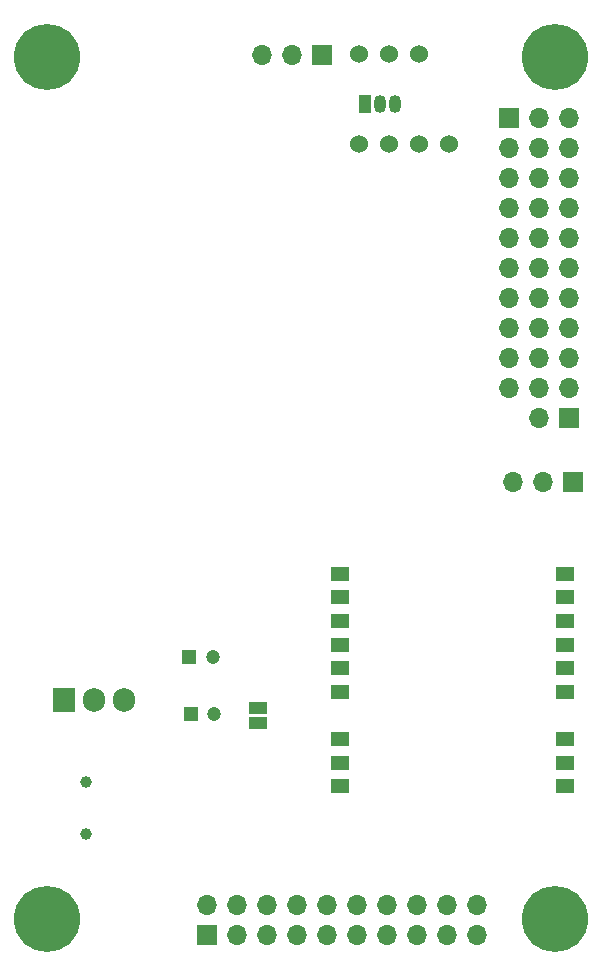
<source format=gbs>
%TF.GenerationSoftware,KiCad,Pcbnew,7.0.10*%
%TF.CreationDate,2024-08-04T17:16:23+10:00*%
%TF.ProjectId,AI4R-SENSORPCB,41493452-2d53-4454-9e53-4f525043422e,rev?*%
%TF.SameCoordinates,Original*%
%TF.FileFunction,Soldermask,Bot*%
%TF.FilePolarity,Negative*%
%FSLAX46Y46*%
G04 Gerber Fmt 4.6, Leading zero omitted, Abs format (unit mm)*
G04 Created by KiCad (PCBNEW 7.0.10) date 2024-08-04 17:16:23*
%MOMM*%
%LPD*%
G01*
G04 APERTURE LIST*
%ADD10C,1.000000*%
%ADD11C,5.600000*%
%ADD12R,1.200000X1.200000*%
%ADD13C,1.200000*%
%ADD14R,1.700000X1.700000*%
%ADD15O,1.700000X1.700000*%
%ADD16C,1.524000*%
%ADD17R,1.050000X1.500000*%
%ADD18O,1.050000X1.500000*%
%ADD19R,1.905000X2.000000*%
%ADD20O,1.905000X2.000000*%
%ADD21R,1.500000X1.000000*%
%ADD22R,1.600000X1.200000*%
G04 APERTURE END LIST*
D10*
%TO.C,J11*%
X18800000Y-76900000D03*
X18800000Y-81300000D03*
%TD*%
D11*
%TO.C,H2*%
X58500000Y-15500000D03*
%TD*%
D12*
%TO.C,C2*%
X27500000Y-66300000D03*
D13*
X29500000Y-66300000D03*
%TD*%
D14*
%TO.C,J6*%
X59700000Y-46120000D03*
D15*
X57160000Y-46120000D03*
X59700000Y-43580000D03*
X57160000Y-43580000D03*
X59700000Y-41040000D03*
X57160000Y-41040000D03*
X59700000Y-38500000D03*
X57160000Y-38500000D03*
X59700000Y-35960000D03*
X57160000Y-35960000D03*
X59700000Y-33420000D03*
X57160000Y-33420000D03*
X59700000Y-30880000D03*
X57160000Y-30880000D03*
X59700000Y-28340000D03*
X57160000Y-28340000D03*
X59700000Y-25800000D03*
X57160000Y-25800000D03*
X59700000Y-23260000D03*
X57160000Y-23260000D03*
X59700000Y-20720000D03*
X57160000Y-20720000D03*
%TD*%
D14*
%TO.C,J8*%
X54560000Y-20720000D03*
D15*
X54560000Y-23260000D03*
X54560000Y-25800000D03*
X54560000Y-28340000D03*
X54560000Y-30880000D03*
X54560000Y-33420000D03*
X54560000Y-35960000D03*
X54560000Y-38500000D03*
X54560000Y-41040000D03*
X54560000Y-43580000D03*
%TD*%
D11*
%TO.C,H4*%
X15500000Y-88500000D03*
%TD*%
D16*
%TO.C,U2*%
X46950000Y-15270000D03*
X44410000Y-15270000D03*
X41870000Y-15270000D03*
X41920000Y-22890000D03*
X44460000Y-22890000D03*
X47000000Y-22890000D03*
X49540000Y-22890000D03*
%TD*%
D14*
%TO.C,J10*%
X28993500Y-89840000D03*
D15*
X28993500Y-87300000D03*
X31533500Y-89840000D03*
X31533500Y-87300000D03*
X34073500Y-89840000D03*
X34073500Y-87300000D03*
X36613500Y-89840000D03*
X36613500Y-87300000D03*
X39153500Y-89840000D03*
X39153500Y-87300000D03*
X41693500Y-89840000D03*
X41693500Y-87300000D03*
X44233500Y-89840000D03*
X44233500Y-87300000D03*
X46773500Y-89840000D03*
X46773500Y-87300000D03*
X49313500Y-89840000D03*
X49313500Y-87300000D03*
X51853500Y-89840000D03*
X51853500Y-87300000D03*
%TD*%
D12*
%TO.C,C1*%
X27627401Y-71200000D03*
D13*
X29627401Y-71200000D03*
%TD*%
D17*
%TO.C,Q1*%
X42360000Y-19500000D03*
D18*
X43630000Y-19500000D03*
X44900000Y-19500000D03*
%TD*%
D14*
%TO.C,J7*%
X38725000Y-15400000D03*
D15*
X36185000Y-15400000D03*
X33645000Y-15400000D03*
%TD*%
D19*
%TO.C,U3*%
X16900000Y-70000000D03*
D20*
X19440000Y-70000000D03*
X21980000Y-70000000D03*
%TD*%
D11*
%TO.C,H3*%
X58500000Y-88500000D03*
%TD*%
D14*
%TO.C,J9*%
X60000000Y-51500000D03*
D15*
X57460000Y-51500000D03*
X54920000Y-51500000D03*
%TD*%
D11*
%TO.C,H1*%
X15500000Y-15500000D03*
%TD*%
D21*
%TO.C,JP1*%
X33300000Y-70650000D03*
X33300000Y-71950000D03*
%TD*%
D22*
%TO.C,U1*%
X40300000Y-77300000D03*
X40300000Y-75300000D03*
X40300000Y-73300000D03*
X40300000Y-69300000D03*
X40300000Y-67300000D03*
X40300000Y-65300000D03*
X40300000Y-63300000D03*
X40300000Y-61300000D03*
X40300000Y-59300000D03*
X59300000Y-59300000D03*
X59300000Y-61300000D03*
X59300000Y-63300000D03*
X59300000Y-65300000D03*
X59300000Y-67300000D03*
X59300000Y-69300000D03*
X59300000Y-73300000D03*
X59300000Y-75300000D03*
X59300000Y-77300000D03*
%TD*%
M02*

</source>
